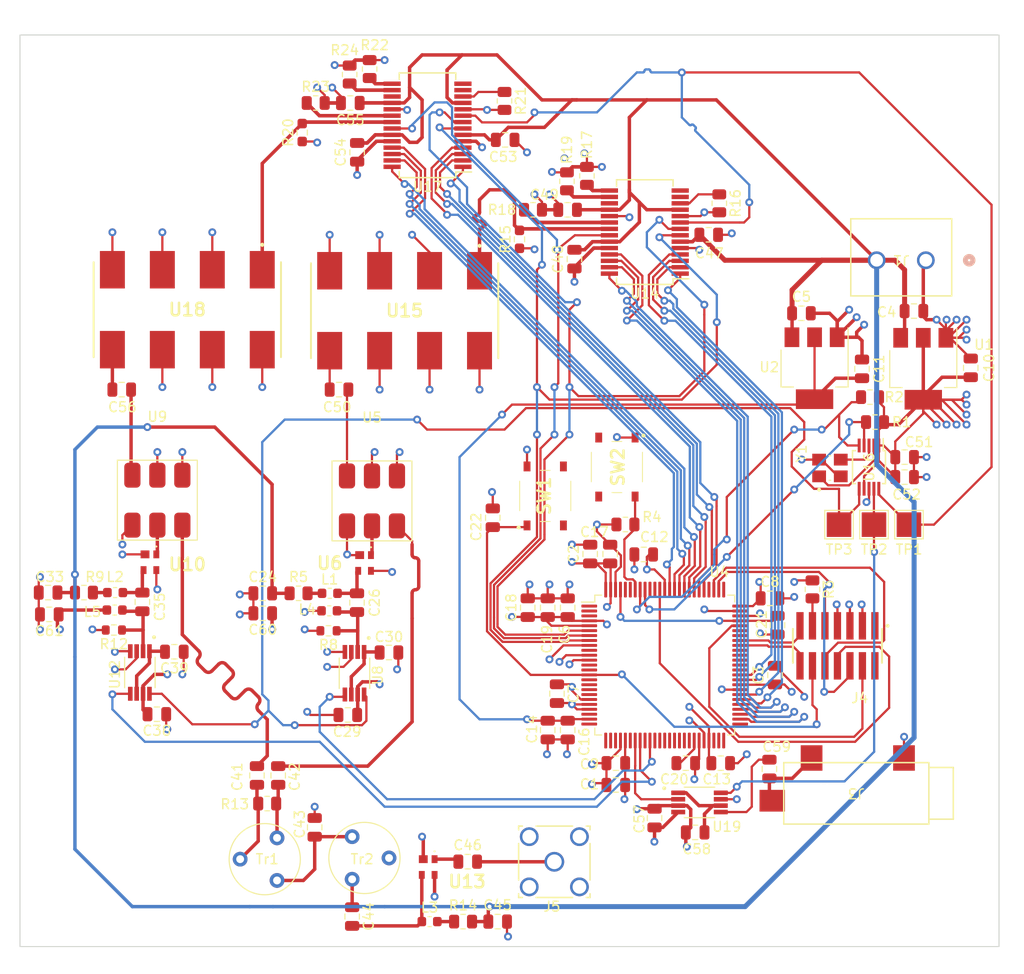
<source format=kicad_pcb>
(kicad_pcb (version 20221018) (generator pcbnew)

  (general
    (thickness 1.57884)
  )

  (paper "A4")
  (layers
    (0 "F.Cu" signal)
    (1 "In1.Cu" signal)
    (2 "In2.Cu" signal)
    (31 "B.Cu" signal)
    (32 "B.Adhes" user "B.Adhesive")
    (33 "F.Adhes" user "F.Adhesive")
    (34 "B.Paste" user)
    (35 "F.Paste" user)
    (36 "B.SilkS" user "B.Silkscreen")
    (37 "F.SilkS" user "F.Silkscreen")
    (38 "B.Mask" user)
    (39 "F.Mask" user)
    (40 "Dwgs.User" user "User.Drawings")
    (41 "Cmts.User" user "User.Comments")
    (42 "Eco1.User" user "User.Eco1")
    (43 "Eco2.User" user "User.Eco2")
    (44 "Edge.Cuts" user)
    (45 "Margin" user)
    (46 "B.CrtYd" user "B.Courtyard")
    (47 "F.CrtYd" user "F.Courtyard")
    (48 "B.Fab" user)
    (49 "F.Fab" user)
    (50 "User.1" user)
    (51 "User.2" user)
    (52 "User.3" user)
    (53 "User.4" user)
    (54 "User.5" user)
    (55 "User.6" user)
    (56 "User.7" user)
    (57 "User.8" user)
    (58 "User.9" user)
  )

  (setup
    (stackup
      (layer "F.SilkS" (type "Top Silk Screen"))
      (layer "F.Paste" (type "Top Solder Paste"))
      (layer "F.Mask" (type "Top Solder Mask") (thickness 0.01))
      (layer "F.Cu" (type "copper") (thickness 0.035))
      (layer "dielectric 1" (type "prepreg") (thickness 0.2104) (material "FR4") (epsilon_r 4.5) (loss_tangent 0.02))
      (layer "In1.Cu" (type "copper") (thickness 0.00152))
      (layer "dielectric 2" (type "core") (thickness 1.065) (material "FR4") (epsilon_r 4.5) (loss_tangent 0.02))
      (layer "In2.Cu" (type "copper") (thickness 0.00152))
      (layer "dielectric 3" (type "prepreg") (thickness 0.2104) (material "FR4") (epsilon_r 4.5) (loss_tangent 0.02))
      (layer "B.Cu" (type "copper") (thickness 0.035))
      (layer "B.Mask" (type "Bottom Solder Mask") (thickness 0.01))
      (layer "B.Paste" (type "Bottom Solder Paste"))
      (layer "B.SilkS" (type "Bottom Silk Screen"))
      (copper_finish "None")
      (dielectric_constraints yes)
    )
    (pad_to_mask_clearance 0)
    (pcbplotparams
      (layerselection 0x00010fc_ffffffff)
      (plot_on_all_layers_selection 0x0000000_00000000)
      (disableapertmacros false)
      (usegerberextensions false)
      (usegerberattributes true)
      (usegerberadvancedattributes true)
      (creategerberjobfile true)
      (dashed_line_dash_ratio 12.000000)
      (dashed_line_gap_ratio 3.000000)
      (svgprecision 4)
      (plotframeref false)
      (viasonmask false)
      (mode 1)
      (useauxorigin false)
      (hpglpennumber 1)
      (hpglpenspeed 20)
      (hpglpendiameter 15.000000)
      (dxfpolygonmode true)
      (dxfimperialunits true)
      (dxfusepcbnewfont true)
      (psnegative false)
      (psa4output false)
      (plotreference true)
      (plotvalue true)
      (plotinvisibletext false)
      (sketchpadsonfab false)
      (subtractmaskfromsilk false)
      (outputformat 1)
      (mirror false)
      (drillshape 1)
      (scaleselection 1)
      (outputdirectory "")
    )
  )

  (net 0 "")
  (net 1 "/frontend/MIX1")
  (net 2 "/frontend/MIX2")
  (net 3 "GND")
  (net 4 "+3.3V")
  (net 5 "+3.3VADC")
  (net 6 "+5V")
  (net 7 "/SIN")
  (net 8 "Net-(U18-RF_OUT)")
  (net 9 "/COS")
  (net 10 "/NRST")
  (net 11 "Net-(U19-COM)")
  (net 12 "/dac_processing/DAC_OUT")
  (net 13 "/TDI")
  (net 14 "/UART_RX")
  (net 15 "/UART_TX")
  (net 16 "Net-(L2-Pad2)")
  (net 17 "Net-(L3-Pad2)")
  (net 18 "/SDA")
  (net 19 "/SCL")
  (net 20 "Net-(U17-IOUT)")
  (net 21 "Net-(U17-RSET)")
  (net 22 "Net-(U17-VINN)")
  (net 23 "Net-(U17-IOUTB)")
  (net 24 "Net-(U17-VINP)")
  (net 25 "/BOOT0")
  (net 26 "/LO_CLK")
  (net 27 "/DAC_CLK")
  (net 28 "unconnected-(U4-PE2-Pad1)")
  (net 29 "unconnected-(U4-PE4-Pad2)")
  (net 30 "unconnected-(U4-PE5-Pad3)")
  (net 31 "/FQ_UD")
  (net 32 "/RESET")
  (net 33 "/W_CLK")
  (net 34 "unconnected-(U4-PC0-Pad16)")
  (net 35 "unconnected-(U4-PC1-Pad17)")
  (net 36 "unconnected-(U4-PC2_C-Pad18)")
  (net 37 "unconnected-(U4-PC3_C-Pad19)")
  (net 38 "unconnected-(U4-VREF+-Pad23)")
  (net 39 "unconnected-(U4-PA0-Pad25)")
  (net 40 "unconnected-(U4-PA1-Pad26)")
  (net 41 "unconnected-(U4-PA2-Pad27)")
  (net 42 "unconnected-(U4-PA3-Pad28)")
  (net 43 "unconnected-(U4-PA4-Pad31)")
  (net 44 "/DAC_IN")
  (net 45 "/ADC1")
  (net 46 "unconnected-(U4-PA7-Pad34)")
  (net 47 "/ADC2")
  (net 48 "unconnected-(U4-PC5-Pad36)")
  (net 49 "unconnected-(U4-PB0-Pad37)")
  (net 50 "unconnected-(U4-PB1-Pad38)")
  (net 51 "unconnected-(U4-PB2-Pad39)")
  (net 52 "unconnected-(U4-PE7-Pad40)")
  (net 53 "unconnected-(U4-PE8-Pad41)")
  (net 54 "unconnected-(U4-PB10-Pad42)")
  (net 55 "unconnected-(U4-PB11-Pad43)")
  (net 56 "unconnected-(U4-PB12-Pad48)")
  (net 57 "unconnected-(U4-PB13-Pad49)")
  (net 58 "unconnected-(U4-PB14-Pad50)")
  (net 59 "unconnected-(U4-PB15-Pad51)")
  (net 60 "/D07")
  (net 61 "/D06")
  (net 62 "/D05")
  (net 63 "/D04")
  (net 64 "/D03")
  (net 65 "/D02")
  (net 66 "/D01")
  (net 67 "/D00")
  (net 68 "unconnected-(U4-PC6-Pad62)")
  (net 69 "unconnected-(U4-PC7-Pad63)")
  (net 70 "unconnected-(U4-PC8-Pad64)")
  (net 71 "unconnected-(U4-PC9-Pad65)")
  (net 72 "unconnected-(U4-PA8-Pad66)")
  (net 73 "unconnected-(U4-PA11-Pad69)")
  (net 74 "unconnected-(U4-PA12-Pad70)")
  (net 75 "/TMS")
  (net 76 "unconnected-(U4-VDD33USB-Pad76)")
  (net 77 "/TCLK")
  (net 78 "unconnected-(U4-PC10-Pad79)")
  (net 79 "/D10")
  (net 80 "/D11")
  (net 81 "/D12")
  (net 82 "/D13")
  (net 83 "/D14")
  (net 84 "/D15")
  (net 85 "/D16")
  (net 86 "/D17")
  (net 87 "/TDO")
  (net 88 "unconnected-(U4-PB4(NJTRST)-Pad90)")
  (net 89 "unconnected-(U4-PB5-Pad91)")
  (net 90 "unconnected-(U4-PB8-Pad95)")
  (net 91 "unconnected-(U4-PB9-Pad96)")
  (net 92 "unconnected-(U17-VOUTN-Pad13)")
  (net 93 "unconnected-(U17-VOUTP-Pad14)")
  (net 94 "unconnected-(U17-DACBP-Pad17)")
  (net 95 "unconnected-(U4-VLXSMPS-Pad10)")
  (net 96 "Net-(C20-Pad1)")
  (net 97 "Net-(C21-Pad1)")
  (net 98 "Net-(U8-IN)")
  (net 99 "Net-(U6-OUT)")
  (net 100 "Net-(U8-COM)")
  (net 101 "Net-(U12-IN)")
  (net 102 "Net-(U10-OUT)")
  (net 103 "Net-(U12-COM)")
  (net 104 "Net-(C41-Pad2)")
  (net 105 "Net-(C42-Pad2)")
  (net 106 "Net-(C43-Pad1)")
  (net 107 "Net-(C44-Pad1)")
  (net 108 "Net-(U13-OUT)")
  (net 109 "Net-(U13-IN)")
  (net 110 "Net-(J5-In)")
  (net 111 "Net-(U15-RF_OUT)")
  (net 112 "unconnected-(J4-Pin_1-Pad1)")
  (net 113 "unconnected-(J4-Pin_2-Pad2)")
  (net 114 "Net-(J4-Pin_11)")
  (net 115 "Net-(L1-Pad2)")
  (net 116 "Net-(U14-IOUT)")
  (net 117 "Net-(U14-RSET)")
  (net 118 "Net-(U14-VINN)")
  (net 119 "Net-(U14-IOUTB)")
  (net 120 "Net-(U14-VINP)")
  (net 121 "Net-(U5-IF)")
  (net 122 "Net-(U10-IN)")
  (net 123 "unconnected-(U14-VOUTN-Pad13)")
  (net 124 "unconnected-(U14-VOUTP-Pad14)")
  (net 125 "unconnected-(U14-DACBP-Pad17)")
  (net 126 "Net-(U16-XA)")
  (net 127 "Net-(U16-XB)")
  (net 128 "Net-(C59-Pad2)")
  (net 129 "/MIXER_CLK")
  (net 130 "unconnected-(U4-PH1-Pad14)")
  (net 131 "unconnected-(U4-PH0-Pad13)")

  (footprint "Capacitor_SMD:C_0805_2012Metric" (layer "F.Cu") (at 204.708 77.356))

  (footprint "Capacitor_SMD:C_0805_2012Metric" (layer "F.Cu") (at 126.238 106.934 90))

  (footprint "Capacitor_SMD:C_0805_2012Metric" (layer "F.Cu") (at 127.712 118.354 180))

  (footprint "Capacitor_SMD:C_0805_2012Metric" (layer "F.Cu") (at 169.494816 119.967184 -90))

  (footprint "Resistor_SMD:R_0805_2012Metric" (layer "F.Cu") (at 120.2965 105.984 180))

  (footprint "Inductor_SMD:L_0603_1608Metric" (layer "F.Cu") (at 123.4185 107.762 180))

  (footprint "Capacitor_SMD:C_0805_2012Metric" (layer "F.Cu") (at 151.318 112.08 180))

  (footprint "TestPoint:TestPoint_Pad_2.5x2.5mm" (layer "F.Cu") (at 197.088 99.076 -90))

  (footprint "footprints:SCLF65" (layer "F.Cu") (at 152.908 77.3185 180))

  (footprint "Capacitor_SMD:C_0805_2012Metric" (layer "F.Cu") (at 182.45691 130.376184))

  (footprint "footprints:SCLF65" (layer "F.Cu") (at 130.81 77.215 180))

  (footprint "Capacitor_SMD:C_0805_2012Metric" (layer "F.Cu") (at 138.48 106.06 180))

  (footprint "Capacitor_SMD:C_0805_2012Metric" (layer "F.Cu") (at 174.386816 123.335184 180))

  (footprint "TestPoint:TestPoint_Pad_2.5x2.5mm" (layer "F.Cu") (at 200.644 99.076 -90))

  (footprint "Package_TO_SOT_SMD:SOT-223-3_TabPin2" (layer "F.Cu") (at 194.6 83.168 -90))

  (footprint "footprints:MAX7413CUA+" (layer "F.Cu") (at 125.984 114.112 -90))

  (footprint "Capacitor_SMD:C_0805_2012Metric" (layer "F.Cu") (at 129.49 112.004 180))

  (footprint "Capacitor_SMD:C_0805_2012Metric" (layer "F.Cu") (at 178.32691 128.918184 -90))

  (footprint "Package_QFP:LQFP-100_14x14mm_P0.5mm" (layer "F.Cu") (at 179.360816 113.357184))

  (footprint "Capacitor_SMD:C_0805_2012Metric" (layer "F.Cu") (at 169.484 67.058001))

  (footprint "Capacitor_SMD:C_0805_2012Metric" (layer "F.Cu") (at 203.758 92.21))

  (footprint "Capacitor_SMD:C_0805_2012Metric" (layer "F.Cu") (at 143.764 129.86 90))

  (footprint "Capacitor_SMD:C_0805_2012Metric" (layer "F.Cu") (at 183.835 69.597999))

  (footprint "Package_SO:MSOP-10_3x3mm_P0.5mm" (layer "F.Cu") (at 200.136 93.226 -90))

  (footprint "Capacitor_SMD:C_0805_2012Metric" (layer "F.Cu") (at 169.494816 107.521184 90))

  (footprint "Resistor_SMD:R_0603_1608Metric_Pad0.98x0.95mm_HandSolder" (layer "F.Cu") (at 164.592 70.05975 90))

  (footprint "Resistor_SMD:R_0805_2012Metric" (layer "F.Cu") (at 184.912 66.3975 -90))

  (footprint "footprints:CONN_RF2-04A-T-00-50-G_ADM" (layer "F.Cu") (at 168.1353 133.3627))

  (footprint "Capacitor_SMD:C_0805_2012Metric" (layer "F.Cu") (at 124.14 85.344))

  (footprint "Capacitor_SMD:C_0805_2012Metric" (layer "F.Cu") (at 168.402 116.266 -90))

  (footprint "Inductor_SMD:L_0603_1608Metric" (layer "F.Cu") (at 155.448 139.446))

  (footprint "Capacitor_SMD:C_0805_2012Metric" (layer "F.Cu") (at 162.372 139.446))

  (footprint "Capacitor_SMD:C_0805_2012Metric" (layer "F.Cu") (at 147.132 118.43))

  (footprint "Capacitor_SMD:C_0805_2012Metric" (layer "F.Cu") (at 203.758 94.242))

  (footprint "Resistor_SMD:R_0805_2012Metric" (layer "F.Cu") (at 163.068 55.9835 -90))

  (footprint "Capacitor_SMD:C_0805_2012Metric" (layer "F.Cu") (at 148.066 107.01 90))

  (footprint "Capacitor_SMD:C_0805_2012Metric" (layer "F.Cu") (at 177.226 102.108 180))

  (footprint "Capacitor_SMD:C_0805_2012Metric" (layer "F.Cu") (at 193.264 77.58))

  (footprint "footprints:XTAL_ABM8G-25.000MHZ-4Y-T3" (layer "F.Cu") (at 196.164 93.314 90))

  (footprint "Capacitor_SMD:C_0805_2012Metric" (layer "F.Cu") (at 210.484 83.132 90))

  (footprint "Capacitor_SMD:C_0805_2012Metric" (layer "F.Cu") (at 190.068816 106.571184))

  (footprint "Capacitor_SMD:C_0805_2012Metric" (layer "F.Cu") (at 147.573999 138.931937 -90))

  (footprint "Resistor_SMD:R_0805_2012Metric" (layer "F.Cu") (at 147.32 53.298501 90))

  (footprint "Capacitor_SMD:C_0805_2012Metric" (layer "F.Cu") (at 148.082 61.21 90))

  (footprint "Capacitor_SMD:C_0805_2012Metric" (layer "F.Cu") (at 181.498816 123.335184))

  (footprint "Resistor_SMD:R_0805_2012Metric" (layer "F.Cu")
    (tstamp 71ed4449-fe83-4be8-a55b-cf05764e1460)
    (at 171.45 63.605501 90)
    (descr "Resistor SMD 0805 (2012 Metric), square (rectangular) end terminal, IPC_7351 nominal, (Body size source: IPC-SM-782 page 72, https://www.pcb-3d.com/wordpress/wp-content/uploads/ipc-sm-782a_amendment_1_and_2.pdf), generated with kicad-footprint-generator")
    (tags "resistor")
    (property "Sheetfile" "local_oscillator.kicad_sch")
    (property "Sheetname" "LO1")
    (property "ki_description" "Resistor")
    (property "ki_keywords" "R res resistor")
    (path "/7ba80321-1d1d-4032-a2ce-d86c8a1f2486/427b9693-7305-490d-ad6c-da57f2d5bfff")
    (attr smd)
    (fp_text reference "R17" (at 3.153501 0 90) (layer "F.SilkS")
        (effects (font (size 1 1) (thickness 0.15)))
      (tstamp e47c6d36-bdb1-41ec-b55c-4666e9b756e2)
    )
    (fp_text value "1K" (at 0 1.65 90) (layer "F.Fab")
        (effects (font (size 1 1) (thickness 0.15)))
      (tstamp 97cbcb17-2d10-4f14-a423-2dfa757064e4)
    )
    (fp_text user "${REFERENCE}" (at 0 0 90) (layer "F.Fab")
        (effects (font (size 0.5 0.5) (thickness 0.08)))
      (tstamp f1cc9b8a-8069-4efa-ac8f-5997757c9d26)
    )
    (fp_line (start -0.227064 -0.735) (end 0.227064 -0.735)
      (stroke (width 0.12) (type solid)) (layer "F.SilkS") (tstamp 9912361c-d37c-4801-8855-bfb814641940))
    (fp_line (start -0.227064 0.735) (end 0.227064 0.735)
      (stroke (width 0.12) (type solid)) (layer "F.SilkS") (tstamp 3962a452-e271-43b2-b250-cd5b25dd0d18))
    (fp_line (start -1.68 -0.95) (end 1.68 -0.95)
      (stroke (width 0.05) (type solid)) (layer "F.CrtYd") (tstamp e3ebce0d-f84a-475e-8b3a-bb883f1f7681))
    (fp_line (start -1.68 0.95) (end -1.68 -0.95)
      (stroke (width 0.05) (type solid)) (layer "F.CrtYd") (tstamp a4c08b95-f129-49f7-9c72-94d740c16fbd))
    (fp_line (start 1.68 -0.95) (end 1.68 0.95)
      (stroke (width 0.05) (type solid)) (layer "F.CrtYd") (tstamp 29574a79-8566-4c65-8eae-3f4e879f4c4a))
    (fp_line (start 1.68 0.95) (end -1.68 0.95)
      (stroke (width 0.05) (type solid)) (layer "F.Crt
... [890741 chars truncated]
</source>
